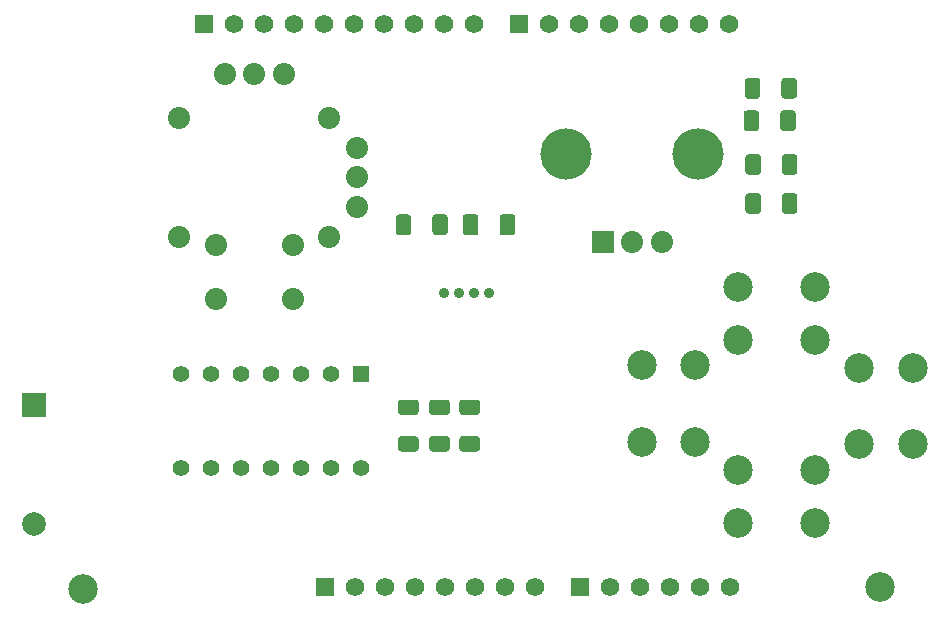
<source format=gbr>
%TF.GenerationSoftware,KiCad,Pcbnew,(5.1.10)-1*%
%TF.CreationDate,2021-12-06T12:22:38-06:00*%
%TF.ProjectId,FPGA-Shield,46504741-2d53-4686-9965-6c642e6b6963,rev?*%
%TF.SameCoordinates,Original*%
%TF.FileFunction,Soldermask,Bot*%
%TF.FilePolarity,Negative*%
%FSLAX46Y46*%
G04 Gerber Fmt 4.6, Leading zero omitted, Abs format (unit mm)*
G04 Created by KiCad (PCBNEW (5.1.10)-1) date 2021-12-06 12:22:38*
%MOMM*%
%LPD*%
G01*
G04 APERTURE LIST*
%ADD10C,1.875000*%
%ADD11C,2.500000*%
%ADD12C,4.350000*%
%ADD13R,1.875000X1.875000*%
%ADD14C,2.000000*%
%ADD15R,2.000000X2.000000*%
%ADD16C,0.889000*%
%ADD17C,1.412500*%
%ADD18R,1.412500X1.412500*%
%ADD19C,1.560000*%
%ADD20R,1.560000X1.560000*%
G04 APERTURE END LIST*
D10*
%TO.C,U1*%
X126480000Y-54000000D03*
X126480000Y-56500000D03*
X126480000Y-51500000D03*
X114500000Y-64250000D03*
X121000000Y-64250000D03*
X121000000Y-59750000D03*
X114500000Y-59750000D03*
X124075000Y-59000000D03*
X111425000Y-59000000D03*
X111425000Y-49000000D03*
X124075000Y-49000000D03*
X120250000Y-45270000D03*
X115250000Y-45270000D03*
X117750000Y-45270000D03*
%TD*%
D11*
%TO.C,H2*%
X170700000Y-88700000D03*
%TD*%
%TO.C,H1*%
X103300000Y-88800000D03*
%TD*%
%TO.C,R6*%
G36*
G01*
X162450000Y-53525000D02*
X162450000Y-52275000D01*
G75*
G02*
X162700000Y-52025000I250000J0D01*
G01*
X163500000Y-52025000D01*
G75*
G02*
X163750000Y-52275000I0J-250000D01*
G01*
X163750000Y-53525000D01*
G75*
G02*
X163500000Y-53775000I-250000J0D01*
G01*
X162700000Y-53775000D01*
G75*
G02*
X162450000Y-53525000I0J250000D01*
G01*
G37*
G36*
G01*
X159350000Y-53525000D02*
X159350000Y-52275000D01*
G75*
G02*
X159600000Y-52025000I250000J0D01*
G01*
X160400000Y-52025000D01*
G75*
G02*
X160650000Y-52275000I0J-250000D01*
G01*
X160650000Y-53525000D01*
G75*
G02*
X160400000Y-53775000I-250000J0D01*
G01*
X159600000Y-53775000D01*
G75*
G02*
X159350000Y-53525000I0J250000D01*
G01*
G37*
%TD*%
%TO.C,R5*%
G36*
G01*
X159300000Y-47075000D02*
X159300000Y-45825000D01*
G75*
G02*
X159550000Y-45575000I250000J0D01*
G01*
X160350000Y-45575000D01*
G75*
G02*
X160600000Y-45825000I0J-250000D01*
G01*
X160600000Y-47075000D01*
G75*
G02*
X160350000Y-47325000I-250000J0D01*
G01*
X159550000Y-47325000D01*
G75*
G02*
X159300000Y-47075000I0J250000D01*
G01*
G37*
G36*
G01*
X162400000Y-47075000D02*
X162400000Y-45825000D01*
G75*
G02*
X162650000Y-45575000I250000J0D01*
G01*
X163450000Y-45575000D01*
G75*
G02*
X163700000Y-45825000I0J-250000D01*
G01*
X163700000Y-47075000D01*
G75*
G02*
X163450000Y-47325000I-250000J0D01*
G01*
X162650000Y-47325000D01*
G75*
G02*
X162400000Y-47075000I0J250000D01*
G01*
G37*
%TD*%
%TO.C,R8*%
G36*
G01*
X162450000Y-56825000D02*
X162450000Y-55575000D01*
G75*
G02*
X162700000Y-55325000I250000J0D01*
G01*
X163500000Y-55325000D01*
G75*
G02*
X163750000Y-55575000I0J-250000D01*
G01*
X163750000Y-56825000D01*
G75*
G02*
X163500000Y-57075000I-250000J0D01*
G01*
X162700000Y-57075000D01*
G75*
G02*
X162450000Y-56825000I0J250000D01*
G01*
G37*
G36*
G01*
X159350000Y-56825000D02*
X159350000Y-55575000D01*
G75*
G02*
X159600000Y-55325000I250000J0D01*
G01*
X160400000Y-55325000D01*
G75*
G02*
X160650000Y-55575000I0J-250000D01*
G01*
X160650000Y-56825000D01*
G75*
G02*
X160400000Y-57075000I-250000J0D01*
G01*
X159600000Y-57075000D01*
G75*
G02*
X159350000Y-56825000I0J250000D01*
G01*
G37*
%TD*%
%TO.C,R7*%
G36*
G01*
X159200000Y-49825000D02*
X159200000Y-48575000D01*
G75*
G02*
X159450000Y-48325000I250000J0D01*
G01*
X160250000Y-48325000D01*
G75*
G02*
X160500000Y-48575000I0J-250000D01*
G01*
X160500000Y-49825000D01*
G75*
G02*
X160250000Y-50075000I-250000J0D01*
G01*
X159450000Y-50075000D01*
G75*
G02*
X159200000Y-49825000I0J250000D01*
G01*
G37*
G36*
G01*
X162300000Y-49825000D02*
X162300000Y-48575000D01*
G75*
G02*
X162550000Y-48325000I250000J0D01*
G01*
X163350000Y-48325000D01*
G75*
G02*
X163600000Y-48575000I0J-250000D01*
G01*
X163600000Y-49825000D01*
G75*
G02*
X163350000Y-50075000I-250000J0D01*
G01*
X162550000Y-50075000D01*
G75*
G02*
X162300000Y-49825000I0J250000D01*
G01*
G37*
%TD*%
%TO.C,R4*%
G36*
G01*
X134075000Y-74100000D02*
X132825000Y-74100000D01*
G75*
G02*
X132575000Y-73850000I0J250000D01*
G01*
X132575000Y-73050000D01*
G75*
G02*
X132825000Y-72800000I250000J0D01*
G01*
X134075000Y-72800000D01*
G75*
G02*
X134325000Y-73050000I0J-250000D01*
G01*
X134325000Y-73850000D01*
G75*
G02*
X134075000Y-74100000I-250000J0D01*
G01*
G37*
G36*
G01*
X134075000Y-77200000D02*
X132825000Y-77200000D01*
G75*
G02*
X132575000Y-76950000I0J250000D01*
G01*
X132575000Y-76150000D01*
G75*
G02*
X132825000Y-75900000I250000J0D01*
G01*
X134075000Y-75900000D01*
G75*
G02*
X134325000Y-76150000I0J-250000D01*
G01*
X134325000Y-76950000D01*
G75*
G02*
X134075000Y-77200000I-250000J0D01*
G01*
G37*
%TD*%
%TO.C,R3*%
G36*
G01*
X136625000Y-74100000D02*
X135375000Y-74100000D01*
G75*
G02*
X135125000Y-73850000I0J250000D01*
G01*
X135125000Y-73050000D01*
G75*
G02*
X135375000Y-72800000I250000J0D01*
G01*
X136625000Y-72800000D01*
G75*
G02*
X136875000Y-73050000I0J-250000D01*
G01*
X136875000Y-73850000D01*
G75*
G02*
X136625000Y-74100000I-250000J0D01*
G01*
G37*
G36*
G01*
X136625000Y-77200000D02*
X135375000Y-77200000D01*
G75*
G02*
X135125000Y-76950000I0J250000D01*
G01*
X135125000Y-76150000D01*
G75*
G02*
X135375000Y-75900000I250000J0D01*
G01*
X136625000Y-75900000D01*
G75*
G02*
X136875000Y-76150000I0J-250000D01*
G01*
X136875000Y-76950000D01*
G75*
G02*
X136625000Y-77200000I-250000J0D01*
G01*
G37*
%TD*%
%TO.C,R2*%
G36*
G01*
X131425000Y-74100000D02*
X130175000Y-74100000D01*
G75*
G02*
X129925000Y-73850000I0J250000D01*
G01*
X129925000Y-73050000D01*
G75*
G02*
X130175000Y-72800000I250000J0D01*
G01*
X131425000Y-72800000D01*
G75*
G02*
X131675000Y-73050000I0J-250000D01*
G01*
X131675000Y-73850000D01*
G75*
G02*
X131425000Y-74100000I-250000J0D01*
G01*
G37*
G36*
G01*
X131425000Y-77200000D02*
X130175000Y-77200000D01*
G75*
G02*
X129925000Y-76950000I0J250000D01*
G01*
X129925000Y-76150000D01*
G75*
G02*
X130175000Y-75900000I250000J0D01*
G01*
X131425000Y-75900000D01*
G75*
G02*
X131675000Y-76150000I0J-250000D01*
G01*
X131675000Y-76950000D01*
G75*
G02*
X131425000Y-77200000I-250000J0D01*
G01*
G37*
%TD*%
%TO.C,R1*%
G36*
G01*
X132850000Y-58625000D02*
X132850000Y-57375000D01*
G75*
G02*
X133100000Y-57125000I250000J0D01*
G01*
X133900000Y-57125000D01*
G75*
G02*
X134150000Y-57375000I0J-250000D01*
G01*
X134150000Y-58625000D01*
G75*
G02*
X133900000Y-58875000I-250000J0D01*
G01*
X133100000Y-58875000D01*
G75*
G02*
X132850000Y-58625000I0J250000D01*
G01*
G37*
G36*
G01*
X129750000Y-58625000D02*
X129750000Y-57375000D01*
G75*
G02*
X130000000Y-57125000I250000J0D01*
G01*
X130800000Y-57125000D01*
G75*
G02*
X131050000Y-57375000I0J-250000D01*
G01*
X131050000Y-58625000D01*
G75*
G02*
X130800000Y-58875000I-250000J0D01*
G01*
X130000000Y-58875000D01*
G75*
G02*
X129750000Y-58625000I0J250000D01*
G01*
G37*
%TD*%
%TO.C,C1*%
G36*
G01*
X138537500Y-58650001D02*
X138537500Y-57349999D01*
G75*
G02*
X138787499Y-57100000I249999J0D01*
G01*
X139612501Y-57100000D01*
G75*
G02*
X139862500Y-57349999I0J-249999D01*
G01*
X139862500Y-58650001D01*
G75*
G02*
X139612501Y-58900000I-249999J0D01*
G01*
X138787499Y-58900000D01*
G75*
G02*
X138537500Y-58650001I0J249999D01*
G01*
G37*
G36*
G01*
X135412500Y-58650001D02*
X135412500Y-57349999D01*
G75*
G02*
X135662499Y-57100000I249999J0D01*
G01*
X136487501Y-57100000D01*
G75*
G02*
X136737500Y-57349999I0J-249999D01*
G01*
X136737500Y-58650001D01*
G75*
G02*
X136487501Y-58900000I-249999J0D01*
G01*
X135662499Y-58900000D01*
G75*
G02*
X135412500Y-58650001I0J249999D01*
G01*
G37*
%TD*%
D12*
%TO.C,SW1*%
X155350000Y-52000000D03*
X144150000Y-52000000D03*
D10*
X149750000Y-59500000D03*
X152250000Y-59500000D03*
D13*
X147250000Y-59500000D03*
%TD*%
D14*
%TO.C,BZ1*%
X99150000Y-83300000D03*
D15*
X99150000Y-73300000D03*
%TD*%
D16*
%TO.C,D1*%
X137600000Y-63800000D03*
X136330000Y-63800000D03*
X135060000Y-63800000D03*
X133790000Y-63800000D03*
%TD*%
D11*
%TO.C,SW2*%
X155100000Y-76400000D03*
X150600000Y-76400000D03*
X155100000Y-69900000D03*
X150600000Y-69900000D03*
%TD*%
%TO.C,SW3*%
X165250000Y-63250000D03*
X165250000Y-67750000D03*
X158750000Y-63250000D03*
X158750000Y-67750000D03*
%TD*%
%TO.C,SW4*%
X158750000Y-83250000D03*
X158750000Y-78750000D03*
X165250000Y-83250000D03*
X165250000Y-78750000D03*
%TD*%
%TO.C,SW5*%
X173500000Y-76600000D03*
X169000000Y-76600000D03*
X173500000Y-70100000D03*
X169000000Y-70100000D03*
%TD*%
D17*
%TO.C,U4*%
X126820000Y-78620000D03*
X124280000Y-78620000D03*
X121740000Y-78620000D03*
X119200000Y-78620000D03*
X116660000Y-78620000D03*
X114120000Y-78620000D03*
X111580000Y-78620000D03*
X111580000Y-70680000D03*
X114120000Y-70680000D03*
X116660000Y-70680000D03*
X119200000Y-70680000D03*
X121740000Y-70680000D03*
X124280000Y-70680000D03*
D18*
X126820000Y-70680000D03*
%TD*%
D19*
%TO.C,J1*%
X123699900Y-41000000D03*
X121159900Y-41000000D03*
X118619900Y-41000000D03*
X116079900Y-41000000D03*
D20*
X113539900Y-41000000D03*
D19*
X136399900Y-41000000D03*
X133859900Y-41000000D03*
X131319900Y-41000000D03*
X128779900Y-41000000D03*
X126239900Y-41000000D03*
%TD*%
%TO.C,J2*%
X157990000Y-41000000D03*
X155450000Y-41000000D03*
X152910000Y-41000000D03*
X150370000Y-41000000D03*
X147830000Y-41000000D03*
X145290000Y-41000000D03*
X142750000Y-41000000D03*
D20*
X140210000Y-41000000D03*
%TD*%
%TO.C,J3*%
X123720200Y-88700000D03*
D19*
X126260200Y-88700000D03*
X128800200Y-88700000D03*
X131340200Y-88700000D03*
X133880200Y-88700000D03*
X136420200Y-88700000D03*
X138960200Y-88700000D03*
X141500200Y-88700000D03*
%TD*%
D20*
%TO.C,J4*%
X145300000Y-88700000D03*
D19*
X147840000Y-88700000D03*
X150380000Y-88700000D03*
X152920000Y-88700000D03*
X155460000Y-88700000D03*
X158000000Y-88700000D03*
%TD*%
M02*

</source>
